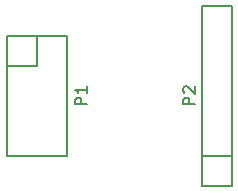
<source format=gto>
G04 #@! TF.FileFunction,Legend,Top*
%FSLAX46Y46*%
G04 Gerber Fmt 4.6, Leading zero omitted, Abs format (unit mm)*
G04 Created by KiCad (PCBNEW (2014-11-17 BZR 5289)-product) date Sun 18 Jan 2015 06:57:41 AM EST*
%MOMM*%
G01*
G04 APERTURE LIST*
%ADD10C,0.100000*%
%ADD11C,0.150000*%
G04 APERTURE END LIST*
D10*
D11*
X139700000Y-104140000D02*
X139700000Y-111760000D01*
X139700000Y-111760000D02*
X144780000Y-111760000D01*
X144780000Y-111760000D02*
X144780000Y-101600000D01*
X144780000Y-101600000D02*
X142240000Y-101600000D01*
X139700000Y-101600000D02*
X139700000Y-104140000D01*
X142240000Y-101600000D02*
X142240000Y-104140000D01*
X142240000Y-104140000D02*
X139700000Y-104140000D01*
X139700000Y-101600000D02*
X142240000Y-101600000D01*
X156210000Y-111760000D02*
X156210000Y-99060000D01*
X156210000Y-99060000D02*
X158750000Y-99060000D01*
X158750000Y-99060000D02*
X158750000Y-111760000D01*
X156210000Y-114300000D02*
X156210000Y-111760000D01*
X156210000Y-111760000D02*
X158750000Y-111760000D01*
X156210000Y-114300000D02*
X158750000Y-114300000D01*
X158750000Y-114300000D02*
X158750000Y-111760000D01*
X146502381Y-107418095D02*
X145502381Y-107418095D01*
X145502381Y-107037142D01*
X145550000Y-106941904D01*
X145597619Y-106894285D01*
X145692857Y-106846666D01*
X145835714Y-106846666D01*
X145930952Y-106894285D01*
X145978571Y-106941904D01*
X146026190Y-107037142D01*
X146026190Y-107418095D01*
X146502381Y-105894285D02*
X146502381Y-106465714D01*
X146502381Y-106180000D02*
X145502381Y-106180000D01*
X145645238Y-106275238D01*
X145740476Y-106370476D01*
X145788095Y-106465714D01*
X155646381Y-107418095D02*
X154646381Y-107418095D01*
X154646381Y-107037142D01*
X154694000Y-106941904D01*
X154741619Y-106894285D01*
X154836857Y-106846666D01*
X154979714Y-106846666D01*
X155074952Y-106894285D01*
X155122571Y-106941904D01*
X155170190Y-107037142D01*
X155170190Y-107418095D01*
X154741619Y-106465714D02*
X154694000Y-106418095D01*
X154646381Y-106322857D01*
X154646381Y-106084761D01*
X154694000Y-105989523D01*
X154741619Y-105941904D01*
X154836857Y-105894285D01*
X154932095Y-105894285D01*
X155074952Y-105941904D01*
X155646381Y-106513333D01*
X155646381Y-105894285D01*
M02*

</source>
